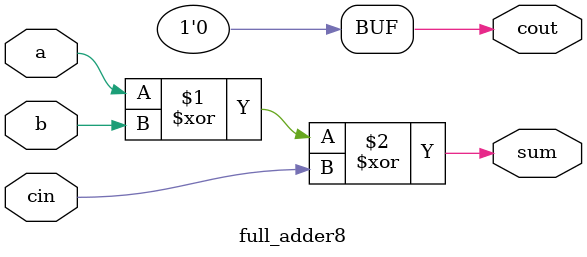
<source format=v>
module full_adder8(a,b,cin,sum,cout);
input a,b,cin;
output sum,cout;
assign sum = a^b^cin;
assign cout = 1'b0; 
// initial begin
//     $display("The incorrect adder with or1 having out/0");
// end   
endmodule
</source>
